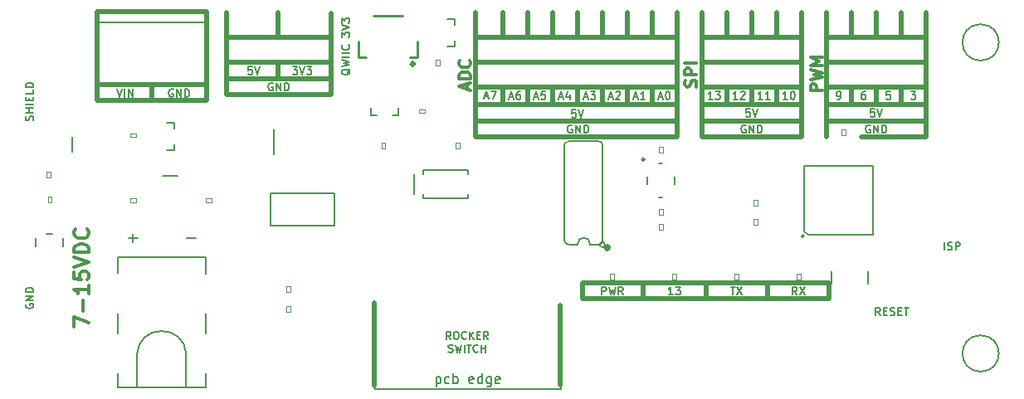
<source format=gto>
G04 #@! TF.FileFunction,Legend,Top*
%FSLAX46Y46*%
G04 Gerber Fmt 4.6, Leading zero omitted, Abs format (unit mm)*
G04 Created by KiCad (PCBNEW 4.0.7) date 11/14/17 13:42:56*
%MOMM*%
%LPD*%
G01*
G04 APERTURE LIST*
%ADD10C,0.100000*%
%ADD11C,0.200000*%
%ADD12C,0.508000*%
%ADD13C,0.190500*%
%ADD14C,0.300000*%
%ADD15C,0.254000*%
%ADD16C,0.398780*%
%ADD17C,0.203200*%
%ADD18C,0.066040*%
%ADD19C,0.150000*%
G04 APERTURE END LIST*
D10*
D11*
X134181905Y-81762476D02*
X134181905Y-81267238D01*
X134486667Y-81533905D01*
X134486667Y-81419619D01*
X134524762Y-81343429D01*
X134562857Y-81305333D01*
X134639048Y-81267238D01*
X134829524Y-81267238D01*
X134905714Y-81305333D01*
X134943810Y-81343429D01*
X134981905Y-81419619D01*
X134981905Y-81648191D01*
X134943810Y-81724381D01*
X134905714Y-81762476D01*
X134181905Y-81038667D02*
X134981905Y-80772000D01*
X134181905Y-80505333D01*
X134181905Y-80314857D02*
X134181905Y-79819619D01*
X134486667Y-80086286D01*
X134486667Y-79972000D01*
X134524762Y-79895810D01*
X134562857Y-79857714D01*
X134639048Y-79819619D01*
X134829524Y-79819619D01*
X134905714Y-79857714D01*
X134943810Y-79895810D01*
X134981905Y-79972000D01*
X134981905Y-80200572D01*
X134943810Y-80276762D01*
X134905714Y-80314857D01*
X153860572Y-87890333D02*
X154241524Y-87890333D01*
X153784381Y-88118905D02*
X154051048Y-87318905D01*
X154317715Y-88118905D01*
X154965334Y-87318905D02*
X154584381Y-87318905D01*
X154546286Y-87699857D01*
X154584381Y-87661762D01*
X154660572Y-87623667D01*
X154851048Y-87623667D01*
X154927238Y-87661762D01*
X154965334Y-87699857D01*
X155003429Y-87776048D01*
X155003429Y-87966524D01*
X154965334Y-88042714D01*
X154927238Y-88080810D01*
X154851048Y-88118905D01*
X154660572Y-88118905D01*
X154584381Y-88080810D01*
X154546286Y-88042714D01*
X151320572Y-87890333D02*
X151701524Y-87890333D01*
X151244381Y-88118905D02*
X151511048Y-87318905D01*
X151777715Y-88118905D01*
X152387238Y-87318905D02*
X152234857Y-87318905D01*
X152158667Y-87357000D01*
X152120572Y-87395095D01*
X152044381Y-87509381D01*
X152006286Y-87661762D01*
X152006286Y-87966524D01*
X152044381Y-88042714D01*
X152082476Y-88080810D01*
X152158667Y-88118905D01*
X152311048Y-88118905D01*
X152387238Y-88080810D01*
X152425334Y-88042714D01*
X152463429Y-87966524D01*
X152463429Y-87776048D01*
X152425334Y-87699857D01*
X152387238Y-87661762D01*
X152311048Y-87623667D01*
X152158667Y-87623667D01*
X152082476Y-87661762D01*
X152044381Y-87699857D01*
X152006286Y-87776048D01*
D12*
X150622000Y-79248000D02*
X150622000Y-81635600D01*
X153162000Y-79248000D02*
X153162000Y-81635600D01*
X150622000Y-86969600D02*
X150622000Y-88493600D01*
X153162000Y-86969600D02*
X153162000Y-88493600D01*
X147828000Y-79248000D02*
X147828000Y-91948000D01*
X156527500Y-117221000D02*
X156527500Y-109093000D01*
X137541000Y-117348000D02*
X137541000Y-108902500D01*
D13*
X145351500Y-112580964D02*
X145097500Y-112218107D01*
X144916072Y-112580964D02*
X144916072Y-111818964D01*
X145206357Y-111818964D01*
X145278929Y-111855250D01*
X145315214Y-111891536D01*
X145351500Y-111964107D01*
X145351500Y-112072964D01*
X145315214Y-112145536D01*
X145278929Y-112181821D01*
X145206357Y-112218107D01*
X144916072Y-112218107D01*
X145823214Y-111818964D02*
X145968357Y-111818964D01*
X146040929Y-111855250D01*
X146113500Y-111927821D01*
X146149786Y-112072964D01*
X146149786Y-112326964D01*
X146113500Y-112472107D01*
X146040929Y-112544679D01*
X145968357Y-112580964D01*
X145823214Y-112580964D01*
X145750643Y-112544679D01*
X145678072Y-112472107D01*
X145641786Y-112326964D01*
X145641786Y-112072964D01*
X145678072Y-111927821D01*
X145750643Y-111855250D01*
X145823214Y-111818964D01*
X146911786Y-112508393D02*
X146875500Y-112544679D01*
X146766643Y-112580964D01*
X146694072Y-112580964D01*
X146585215Y-112544679D01*
X146512643Y-112472107D01*
X146476358Y-112399536D01*
X146440072Y-112254393D01*
X146440072Y-112145536D01*
X146476358Y-112000393D01*
X146512643Y-111927821D01*
X146585215Y-111855250D01*
X146694072Y-111818964D01*
X146766643Y-111818964D01*
X146875500Y-111855250D01*
X146911786Y-111891536D01*
X147238358Y-112580964D02*
X147238358Y-111818964D01*
X147673786Y-112580964D02*
X147347215Y-112145536D01*
X147673786Y-111818964D02*
X147238358Y-112254393D01*
X148000358Y-112181821D02*
X148254358Y-112181821D01*
X148363215Y-112580964D02*
X148000358Y-112580964D01*
X148000358Y-111818964D01*
X148363215Y-111818964D01*
X149125215Y-112580964D02*
X148871215Y-112218107D01*
X148689787Y-112580964D02*
X148689787Y-111818964D01*
X148980072Y-111818964D01*
X149052644Y-111855250D01*
X149088929Y-111891536D01*
X149125215Y-111964107D01*
X149125215Y-112072964D01*
X149088929Y-112145536D01*
X149052644Y-112181821D01*
X148980072Y-112218107D01*
X148689787Y-112218107D01*
X145097501Y-113878179D02*
X145206358Y-113914464D01*
X145387787Y-113914464D01*
X145460358Y-113878179D01*
X145496644Y-113841893D01*
X145532929Y-113769321D01*
X145532929Y-113696750D01*
X145496644Y-113624179D01*
X145460358Y-113587893D01*
X145387787Y-113551607D01*
X145242644Y-113515321D01*
X145170072Y-113479036D01*
X145133787Y-113442750D01*
X145097501Y-113370179D01*
X145097501Y-113297607D01*
X145133787Y-113225036D01*
X145170072Y-113188750D01*
X145242644Y-113152464D01*
X145424072Y-113152464D01*
X145532929Y-113188750D01*
X145786929Y-113152464D02*
X145968358Y-113914464D01*
X146113501Y-113370179D01*
X146258643Y-113914464D01*
X146440072Y-113152464D01*
X146730358Y-113914464D02*
X146730358Y-113152464D01*
X146984357Y-113152464D02*
X147419786Y-113152464D01*
X147202072Y-113914464D02*
X147202072Y-113152464D01*
X148109214Y-113841893D02*
X148072928Y-113878179D01*
X147964071Y-113914464D01*
X147891500Y-113914464D01*
X147782643Y-113878179D01*
X147710071Y-113805607D01*
X147673786Y-113733036D01*
X147637500Y-113587893D01*
X147637500Y-113479036D01*
X147673786Y-113333893D01*
X147710071Y-113261321D01*
X147782643Y-113188750D01*
X147891500Y-113152464D01*
X147964071Y-113152464D01*
X148072928Y-113188750D01*
X148109214Y-113225036D01*
X148435786Y-113914464D02*
X148435786Y-113152464D01*
X148435786Y-113515321D02*
X148871214Y-113515321D01*
X148871214Y-113914464D02*
X148871214Y-113152464D01*
D14*
X106899971Y-111298999D02*
X106899971Y-110298999D01*
X108399971Y-110941856D01*
X107828543Y-109727571D02*
X107828543Y-108584714D01*
X108399971Y-107084714D02*
X108399971Y-107941857D01*
X108399971Y-107513285D02*
X106899971Y-107513285D01*
X107114257Y-107656142D01*
X107257114Y-107799000D01*
X107328543Y-107941857D01*
X106899971Y-105727571D02*
X106899971Y-106441857D01*
X107614257Y-106513286D01*
X107542829Y-106441857D01*
X107471400Y-106299000D01*
X107471400Y-105941857D01*
X107542829Y-105799000D01*
X107614257Y-105727571D01*
X107757114Y-105656143D01*
X108114257Y-105656143D01*
X108257114Y-105727571D01*
X108328543Y-105799000D01*
X108399971Y-105941857D01*
X108399971Y-106299000D01*
X108328543Y-106441857D01*
X108257114Y-106513286D01*
X106899971Y-105227572D02*
X108399971Y-104727572D01*
X106899971Y-104227572D01*
X108399971Y-103727572D02*
X106899971Y-103727572D01*
X106899971Y-103370429D01*
X106971400Y-103156144D01*
X107114257Y-103013286D01*
X107257114Y-102941858D01*
X107542829Y-102870429D01*
X107757114Y-102870429D01*
X108042829Y-102941858D01*
X108185686Y-103013286D01*
X108328543Y-103156144D01*
X108399971Y-103370429D01*
X108399971Y-103727572D01*
X108257114Y-101370429D02*
X108328543Y-101441858D01*
X108399971Y-101656144D01*
X108399971Y-101799001D01*
X108328543Y-102013286D01*
X108185686Y-102156144D01*
X108042829Y-102227572D01*
X107757114Y-102299001D01*
X107542829Y-102299001D01*
X107257114Y-102227572D01*
X107114257Y-102156144D01*
X106971400Y-102013286D01*
X106899971Y-101799001D01*
X106899971Y-101656144D01*
X106971400Y-101441858D01*
X107042829Y-101370429D01*
D11*
X118414857Y-102244514D02*
X119329143Y-102244514D01*
X112445857Y-102269914D02*
X113360143Y-102269914D01*
X112903000Y-102727057D02*
X112903000Y-101812771D01*
D12*
X177647600Y-106984800D02*
X177647600Y-108356400D01*
X171348400Y-106984800D02*
X171348400Y-108305600D01*
X164947600Y-106934000D02*
X164947600Y-108305600D01*
X158750000Y-108458000D02*
X158750000Y-106883200D01*
X183896000Y-108458000D02*
X158750000Y-108458000D01*
X183896000Y-106883200D02*
X183896000Y-108458000D01*
X158750000Y-106883200D02*
X183896000Y-106883200D01*
X186182000Y-86969600D02*
X186182000Y-88493600D01*
X191262000Y-86868000D02*
X191262000Y-88595200D01*
X188722000Y-86918800D02*
X188722000Y-88544400D01*
X191262000Y-79248000D02*
X191262000Y-81635600D01*
X188722000Y-79248000D02*
X188722000Y-81686400D01*
X186182000Y-79248000D02*
X186182000Y-81686400D01*
X183743600Y-90322400D02*
X193700400Y-90322400D01*
X193700400Y-88646000D02*
X183743600Y-88646000D01*
X183743600Y-86868000D02*
X193700400Y-86868000D01*
X193700400Y-84328000D02*
X183743600Y-84328000D01*
X183692800Y-81788000D02*
X193700400Y-81788000D01*
X193802000Y-91948000D02*
X193802000Y-79248000D01*
X187198000Y-91948000D02*
X193802000Y-91948000D01*
X183642000Y-79248000D02*
X183642000Y-91948000D01*
X173482000Y-86868000D02*
X173482000Y-88595200D01*
X178562000Y-86969600D02*
X178562000Y-88544400D01*
X176022000Y-86918800D02*
X176022000Y-88493600D01*
X173482000Y-79248000D02*
X173482000Y-81635600D01*
X178562000Y-79248000D02*
X178562000Y-81635600D01*
X176022000Y-79248000D02*
X176022000Y-81737200D01*
X181000400Y-90322400D02*
X171043600Y-90322400D01*
X170992800Y-88646000D02*
X181000400Y-88646000D01*
X170992800Y-86868000D02*
X180949600Y-86868000D01*
X181051200Y-84328000D02*
X171094400Y-84328000D01*
X170942000Y-81788000D02*
X181000400Y-81788000D01*
X170942000Y-91948000D02*
X170942000Y-79248000D01*
X181102000Y-91948000D02*
X170942000Y-91948000D01*
X181102000Y-79248000D02*
X181102000Y-91948000D01*
X165862000Y-86918800D02*
X165862000Y-88493600D01*
X163322000Y-86969600D02*
X163322000Y-88544400D01*
X160782000Y-86969600D02*
X160782000Y-88544400D01*
X158242000Y-87020400D02*
X158242000Y-88544400D01*
X155702000Y-86969600D02*
X155702000Y-88493600D01*
X165862000Y-79248000D02*
X165862000Y-81788000D01*
X163322000Y-79248000D02*
X163322000Y-81635600D01*
X160782000Y-79248000D02*
X160782000Y-81584800D01*
X158242000Y-79248000D02*
X158242000Y-81534000D01*
X155702000Y-79248000D02*
X155702000Y-81635600D01*
X147828000Y-90322400D02*
X168249600Y-90322400D01*
X168351200Y-88646000D02*
X147828000Y-88646000D01*
X147828000Y-86868000D02*
X168351200Y-86868000D01*
X168351200Y-84328000D02*
X147828000Y-84328000D01*
X147828000Y-81788000D02*
X168402000Y-81788000D01*
X168402000Y-91948000D02*
X168402000Y-79248000D01*
X147828000Y-91948000D02*
X168402000Y-91948000D01*
X127711200Y-81788000D02*
X127711200Y-79248000D01*
X127711200Y-86004400D02*
X127711200Y-84429600D01*
X122529600Y-86055200D02*
X133045200Y-86055200D01*
X122478800Y-84328000D02*
X133096000Y-84328000D01*
X122428000Y-81788000D02*
X133096000Y-81788000D01*
X133096000Y-87630000D02*
X133096000Y-79298800D01*
X122428000Y-87630000D02*
X133096000Y-87630000D01*
X122428000Y-79248000D02*
X122428000Y-87630000D01*
X114858800Y-88239600D02*
X114858800Y-86664800D01*
X120446800Y-86614000D02*
X109270800Y-86614000D01*
X109270800Y-88239600D02*
X109270800Y-79146400D01*
X120446800Y-88239600D02*
X109270800Y-88239600D01*
X120446800Y-79146400D02*
X120446800Y-88239600D01*
X109270800Y-79146400D02*
X120446800Y-79146400D01*
D14*
X183232357Y-87220215D02*
X182032357Y-87220215D01*
X182032357Y-86763072D01*
X182089500Y-86648786D01*
X182146643Y-86591643D01*
X182260929Y-86534500D01*
X182432357Y-86534500D01*
X182546643Y-86591643D01*
X182603786Y-86648786D01*
X182660929Y-86763072D01*
X182660929Y-87220215D01*
X182032357Y-86134500D02*
X183232357Y-85848786D01*
X182375214Y-85620215D01*
X183232357Y-85391643D01*
X182032357Y-85105929D01*
X183232357Y-84648786D02*
X182032357Y-84648786D01*
X182889500Y-84248786D01*
X182032357Y-83848786D01*
X183232357Y-83848786D01*
X170348214Y-86826572D02*
X170405357Y-86655143D01*
X170405357Y-86369429D01*
X170348214Y-86255143D01*
X170291071Y-86198000D01*
X170176786Y-86140857D01*
X170062500Y-86140857D01*
X169948214Y-86198000D01*
X169891071Y-86255143D01*
X169833929Y-86369429D01*
X169776786Y-86598000D01*
X169719643Y-86712286D01*
X169662500Y-86769429D01*
X169548214Y-86826572D01*
X169433929Y-86826572D01*
X169319643Y-86769429D01*
X169262500Y-86712286D01*
X169205357Y-86598000D01*
X169205357Y-86312286D01*
X169262500Y-86140857D01*
X170405357Y-85626572D02*
X169205357Y-85626572D01*
X169205357Y-85169429D01*
X169262500Y-85055143D01*
X169319643Y-84998000D01*
X169433929Y-84940857D01*
X169605357Y-84940857D01*
X169719643Y-84998000D01*
X169776786Y-85055143D01*
X169833929Y-85169429D01*
X169833929Y-85626572D01*
X170405357Y-84426572D02*
X169205357Y-84426572D01*
X147012000Y-87083714D02*
X147012000Y-86512285D01*
X147354857Y-87197999D02*
X146154857Y-86797999D01*
X147354857Y-86397999D01*
X147354857Y-85998000D02*
X146154857Y-85998000D01*
X146154857Y-85712285D01*
X146212000Y-85540857D01*
X146326286Y-85426571D01*
X146440571Y-85369428D01*
X146669143Y-85312285D01*
X146840571Y-85312285D01*
X147069143Y-85369428D01*
X147183429Y-85426571D01*
X147297714Y-85540857D01*
X147354857Y-85712285D01*
X147354857Y-85998000D01*
X147240571Y-84112285D02*
X147297714Y-84169428D01*
X147354857Y-84340857D01*
X147354857Y-84455143D01*
X147297714Y-84626571D01*
X147183429Y-84740857D01*
X147069143Y-84798000D01*
X146840571Y-84855143D01*
X146669143Y-84855143D01*
X146440571Y-84798000D01*
X146326286Y-84740857D01*
X146212000Y-84626571D01*
X146154857Y-84455143D01*
X146154857Y-84340857D01*
X146212000Y-84169428D01*
X146269143Y-84112285D01*
D11*
X161043817Y-102933500D02*
G75*
G03X161043817Y-102933500I-261817J0D01*
G01*
X195688048Y-103485905D02*
X195688048Y-102685905D01*
X196030905Y-103447810D02*
X196145191Y-103485905D01*
X196335667Y-103485905D01*
X196411857Y-103447810D01*
X196449953Y-103409714D01*
X196488048Y-103333524D01*
X196488048Y-103257333D01*
X196449953Y-103181143D01*
X196411857Y-103143048D01*
X196335667Y-103104952D01*
X196183286Y-103066857D01*
X196107095Y-103028762D01*
X196069000Y-102990667D01*
X196030905Y-102914476D01*
X196030905Y-102838286D01*
X196069000Y-102762095D01*
X196107095Y-102724000D01*
X196183286Y-102685905D01*
X196373762Y-102685905D01*
X196488048Y-102724000D01*
X196830905Y-103485905D02*
X196830905Y-102685905D01*
X197135667Y-102685905D01*
X197211858Y-102724000D01*
X197249953Y-102762095D01*
X197288048Y-102838286D01*
X197288048Y-102952571D01*
X197249953Y-103028762D01*
X197211858Y-103066857D01*
X197135667Y-103104952D01*
X196830905Y-103104952D01*
X101962000Y-109004023D02*
X101923905Y-109080214D01*
X101923905Y-109194499D01*
X101962000Y-109308785D01*
X102038190Y-109384976D01*
X102114381Y-109423071D01*
X102266762Y-109461166D01*
X102381048Y-109461166D01*
X102533429Y-109423071D01*
X102609619Y-109384976D01*
X102685810Y-109308785D01*
X102723905Y-109194499D01*
X102723905Y-109118309D01*
X102685810Y-109004023D01*
X102647714Y-108965928D01*
X102381048Y-108965928D01*
X102381048Y-109118309D01*
X102723905Y-108623071D02*
X101923905Y-108623071D01*
X102723905Y-108165928D01*
X101923905Y-108165928D01*
X102723905Y-107784976D02*
X101923905Y-107784976D01*
X101923905Y-107594500D01*
X101962000Y-107480214D01*
X102038190Y-107404023D01*
X102114381Y-107365928D01*
X102266762Y-107327833D01*
X102381048Y-107327833D01*
X102533429Y-107365928D01*
X102609619Y-107404023D01*
X102685810Y-107480214D01*
X102723905Y-107594500D01*
X102723905Y-107784976D01*
X102685810Y-90252309D02*
X102723905Y-90138023D01*
X102723905Y-89947547D01*
X102685810Y-89871357D01*
X102647714Y-89833261D01*
X102571524Y-89795166D01*
X102495333Y-89795166D01*
X102419143Y-89833261D01*
X102381048Y-89871357D01*
X102342952Y-89947547D01*
X102304857Y-90099928D01*
X102266762Y-90176119D01*
X102228667Y-90214214D01*
X102152476Y-90252309D01*
X102076286Y-90252309D01*
X102000095Y-90214214D01*
X101962000Y-90176119D01*
X101923905Y-90099928D01*
X101923905Y-89909452D01*
X101962000Y-89795166D01*
X102723905Y-89452309D02*
X101923905Y-89452309D01*
X102304857Y-89452309D02*
X102304857Y-88995166D01*
X102723905Y-88995166D02*
X101923905Y-88995166D01*
X102723905Y-88614214D02*
X101923905Y-88614214D01*
X102304857Y-88233262D02*
X102304857Y-87966595D01*
X102723905Y-87852309D02*
X102723905Y-88233262D01*
X101923905Y-88233262D01*
X101923905Y-87852309D01*
X102723905Y-87128499D02*
X102723905Y-87509452D01*
X101923905Y-87509452D01*
X102723905Y-86861833D02*
X101923905Y-86861833D01*
X101923905Y-86671357D01*
X101962000Y-86557071D01*
X102038190Y-86480880D01*
X102114381Y-86442785D01*
X102266762Y-86404690D01*
X102381048Y-86404690D01*
X102533429Y-86442785D01*
X102609619Y-86480880D01*
X102685810Y-86557071D01*
X102723905Y-86671357D01*
X102723905Y-86861833D01*
X135058095Y-85007332D02*
X135020000Y-85083523D01*
X134943810Y-85159713D01*
X134829524Y-85273999D01*
X134791429Y-85350190D01*
X134791429Y-85426380D01*
X134981905Y-85388285D02*
X134943810Y-85464475D01*
X134867619Y-85540666D01*
X134715238Y-85578761D01*
X134448571Y-85578761D01*
X134296190Y-85540666D01*
X134220000Y-85464475D01*
X134181905Y-85388285D01*
X134181905Y-85235904D01*
X134220000Y-85159713D01*
X134296190Y-85083523D01*
X134448571Y-85045428D01*
X134715238Y-85045428D01*
X134867619Y-85083523D01*
X134943810Y-85159713D01*
X134981905Y-85235904D01*
X134981905Y-85388285D01*
X134181905Y-84778761D02*
X134981905Y-84588285D01*
X134410476Y-84435904D01*
X134981905Y-84283523D01*
X134181905Y-84093047D01*
X134981905Y-83788285D02*
X134181905Y-83788285D01*
X134981905Y-83407333D02*
X134181905Y-83407333D01*
X134905714Y-82569238D02*
X134943810Y-82607333D01*
X134981905Y-82721619D01*
X134981905Y-82797809D01*
X134943810Y-82912095D01*
X134867619Y-82988286D01*
X134791429Y-83026381D01*
X134639048Y-83064476D01*
X134524762Y-83064476D01*
X134372381Y-83026381D01*
X134296190Y-82988286D01*
X134220000Y-82912095D01*
X134181905Y-82797809D01*
X134181905Y-82721619D01*
X134220000Y-82607333D01*
X134258095Y-82569238D01*
X189147595Y-110153405D02*
X188880928Y-109772452D01*
X188690452Y-110153405D02*
X188690452Y-109353405D01*
X188995214Y-109353405D01*
X189071405Y-109391500D01*
X189109500Y-109429595D01*
X189147595Y-109505786D01*
X189147595Y-109620071D01*
X189109500Y-109696262D01*
X189071405Y-109734357D01*
X188995214Y-109772452D01*
X188690452Y-109772452D01*
X189490452Y-109734357D02*
X189757119Y-109734357D01*
X189871405Y-110153405D02*
X189490452Y-110153405D01*
X189490452Y-109353405D01*
X189871405Y-109353405D01*
X190176167Y-110115310D02*
X190290453Y-110153405D01*
X190480929Y-110153405D01*
X190557119Y-110115310D01*
X190595215Y-110077214D01*
X190633310Y-110001024D01*
X190633310Y-109924833D01*
X190595215Y-109848643D01*
X190557119Y-109810548D01*
X190480929Y-109772452D01*
X190328548Y-109734357D01*
X190252357Y-109696262D01*
X190214262Y-109658167D01*
X190176167Y-109581976D01*
X190176167Y-109505786D01*
X190214262Y-109429595D01*
X190252357Y-109391500D01*
X190328548Y-109353405D01*
X190519024Y-109353405D01*
X190633310Y-109391500D01*
X190976167Y-109734357D02*
X191242834Y-109734357D01*
X191357120Y-110153405D02*
X190976167Y-110153405D01*
X190976167Y-109353405D01*
X191357120Y-109353405D01*
X191585691Y-109353405D02*
X192042834Y-109353405D01*
X191814263Y-110153405D02*
X191814263Y-109353405D01*
X164973000Y-108458000D02*
X164973000Y-106870500D01*
X171323000Y-108458000D02*
X171323000Y-106870500D01*
X177673000Y-108458000D02*
X177673000Y-106870500D01*
X158750000Y-106870500D02*
X158750000Y-108394500D01*
X181229000Y-106870500D02*
X158750000Y-106870500D01*
X183896000Y-106870500D02*
X183896000Y-108458000D01*
X181165500Y-106870500D02*
X183896000Y-106870500D01*
X158750000Y-108458000D02*
X183896000Y-108458000D01*
X180651167Y-108057905D02*
X180384500Y-107676952D01*
X180194024Y-108057905D02*
X180194024Y-107257905D01*
X180498786Y-107257905D01*
X180574977Y-107296000D01*
X180613072Y-107334095D01*
X180651167Y-107410286D01*
X180651167Y-107524571D01*
X180613072Y-107600762D01*
X180574977Y-107638857D01*
X180498786Y-107676952D01*
X180194024Y-107676952D01*
X180917834Y-107257905D02*
X181451167Y-108057905D01*
X181451167Y-107257905D02*
X180917834Y-108057905D01*
X173888476Y-107257905D02*
X174345619Y-107257905D01*
X174117048Y-108057905D02*
X174117048Y-107257905D01*
X174536096Y-107257905D02*
X175069429Y-108057905D01*
X175069429Y-107257905D02*
X174536096Y-108057905D01*
X160731333Y-108057905D02*
X160731333Y-107257905D01*
X161036095Y-107257905D01*
X161112286Y-107296000D01*
X161150381Y-107334095D01*
X161188476Y-107410286D01*
X161188476Y-107524571D01*
X161150381Y-107600762D01*
X161112286Y-107638857D01*
X161036095Y-107676952D01*
X160731333Y-107676952D01*
X161455143Y-107257905D02*
X161645619Y-108057905D01*
X161798000Y-107486476D01*
X161950381Y-108057905D01*
X162140857Y-107257905D01*
X162902762Y-108057905D02*
X162636095Y-107676952D01*
X162445619Y-108057905D02*
X162445619Y-107257905D01*
X162750381Y-107257905D01*
X162826572Y-107296000D01*
X162864667Y-107334095D01*
X162902762Y-107410286D01*
X162902762Y-107524571D01*
X162864667Y-107600762D01*
X162826572Y-107638857D01*
X162750381Y-107676952D01*
X162445619Y-107676952D01*
X167995619Y-108057905D02*
X167538476Y-108057905D01*
X167767047Y-108057905D02*
X167767047Y-107257905D01*
X167690857Y-107372190D01*
X167614666Y-107448381D01*
X167538476Y-107486476D01*
X168262286Y-107257905D02*
X168757524Y-107257905D01*
X168490857Y-107562667D01*
X168605143Y-107562667D01*
X168681333Y-107600762D01*
X168719429Y-107638857D01*
X168757524Y-107715048D01*
X168757524Y-107905524D01*
X168719429Y-107981714D01*
X168681333Y-108019810D01*
X168605143Y-108057905D01*
X168376571Y-108057905D01*
X168300381Y-108019810D01*
X168262286Y-107981714D01*
X114871500Y-86614000D02*
X114871500Y-88265000D01*
X120446800Y-88262460D02*
X120446800Y-86611460D01*
X109283500Y-88265000D02*
X120396000Y-88265000D01*
X109250480Y-86611460D02*
X109250480Y-88262460D01*
X188112477Y-90786000D02*
X188036286Y-90747905D01*
X187922001Y-90747905D01*
X187807715Y-90786000D01*
X187731524Y-90862190D01*
X187693429Y-90938381D01*
X187655334Y-91090762D01*
X187655334Y-91205048D01*
X187693429Y-91357429D01*
X187731524Y-91433619D01*
X187807715Y-91509810D01*
X187922001Y-91547905D01*
X187998191Y-91547905D01*
X188112477Y-91509810D01*
X188150572Y-91471714D01*
X188150572Y-91205048D01*
X187998191Y-91205048D01*
X188493429Y-91547905D02*
X188493429Y-90747905D01*
X188950572Y-91547905D01*
X188950572Y-90747905D01*
X189331524Y-91547905D02*
X189331524Y-90747905D01*
X189522000Y-90747905D01*
X189636286Y-90786000D01*
X189712477Y-90862190D01*
X189750572Y-90938381D01*
X189788667Y-91090762D01*
X189788667Y-91205048D01*
X189750572Y-91357429D01*
X189712477Y-91433619D01*
X189636286Y-91509810D01*
X189522000Y-91547905D01*
X189331524Y-91547905D01*
X188569620Y-89096905D02*
X188188667Y-89096905D01*
X188150572Y-89477857D01*
X188188667Y-89439762D01*
X188264858Y-89401667D01*
X188455334Y-89401667D01*
X188531524Y-89439762D01*
X188569620Y-89477857D01*
X188607715Y-89554048D01*
X188607715Y-89744524D01*
X188569620Y-89820714D01*
X188531524Y-89858810D01*
X188455334Y-89896905D01*
X188264858Y-89896905D01*
X188188667Y-89858810D01*
X188150572Y-89820714D01*
X188836286Y-89096905D02*
X189102953Y-89896905D01*
X189369620Y-89096905D01*
X192265334Y-87318905D02*
X192760572Y-87318905D01*
X192493905Y-87623667D01*
X192608191Y-87623667D01*
X192684381Y-87661762D01*
X192722477Y-87699857D01*
X192760572Y-87776048D01*
X192760572Y-87966524D01*
X192722477Y-88042714D01*
X192684381Y-88080810D01*
X192608191Y-88118905D01*
X192379619Y-88118905D01*
X192303429Y-88080810D01*
X192265334Y-88042714D01*
X190182477Y-87318905D02*
X189801524Y-87318905D01*
X189763429Y-87699857D01*
X189801524Y-87661762D01*
X189877715Y-87623667D01*
X190068191Y-87623667D01*
X190144381Y-87661762D01*
X190182477Y-87699857D01*
X190220572Y-87776048D01*
X190220572Y-87966524D01*
X190182477Y-88042714D01*
X190144381Y-88080810D01*
X190068191Y-88118905D01*
X189877715Y-88118905D01*
X189801524Y-88080810D01*
X189763429Y-88042714D01*
X187604381Y-87318905D02*
X187452000Y-87318905D01*
X187375810Y-87357000D01*
X187337715Y-87395095D01*
X187261524Y-87509381D01*
X187223429Y-87661762D01*
X187223429Y-87966524D01*
X187261524Y-88042714D01*
X187299619Y-88080810D01*
X187375810Y-88118905D01*
X187528191Y-88118905D01*
X187604381Y-88080810D01*
X187642477Y-88042714D01*
X187680572Y-87966524D01*
X187680572Y-87776048D01*
X187642477Y-87699857D01*
X187604381Y-87661762D01*
X187528191Y-87623667D01*
X187375810Y-87623667D01*
X187299619Y-87661762D01*
X187261524Y-87699857D01*
X187223429Y-87776048D01*
X184759619Y-88118905D02*
X184912000Y-88118905D01*
X184988191Y-88080810D01*
X185026286Y-88042714D01*
X185102477Y-87928429D01*
X185140572Y-87776048D01*
X185140572Y-87471286D01*
X185102477Y-87395095D01*
X185064381Y-87357000D01*
X184988191Y-87318905D01*
X184835810Y-87318905D01*
X184759619Y-87357000D01*
X184721524Y-87395095D01*
X184683429Y-87471286D01*
X184683429Y-87661762D01*
X184721524Y-87737952D01*
X184759619Y-87776048D01*
X184835810Y-87814143D01*
X184988191Y-87814143D01*
X185064381Y-87776048D01*
X185102477Y-87737952D01*
X185140572Y-87661762D01*
X175412477Y-90786000D02*
X175336286Y-90747905D01*
X175222001Y-90747905D01*
X175107715Y-90786000D01*
X175031524Y-90862190D01*
X174993429Y-90938381D01*
X174955334Y-91090762D01*
X174955334Y-91205048D01*
X174993429Y-91357429D01*
X175031524Y-91433619D01*
X175107715Y-91509810D01*
X175222001Y-91547905D01*
X175298191Y-91547905D01*
X175412477Y-91509810D01*
X175450572Y-91471714D01*
X175450572Y-91205048D01*
X175298191Y-91205048D01*
X175793429Y-91547905D02*
X175793429Y-90747905D01*
X176250572Y-91547905D01*
X176250572Y-90747905D01*
X176631524Y-91547905D02*
X176631524Y-90747905D01*
X176822000Y-90747905D01*
X176936286Y-90786000D01*
X177012477Y-90862190D01*
X177050572Y-90938381D01*
X177088667Y-91090762D01*
X177088667Y-91205048D01*
X177050572Y-91357429D01*
X177012477Y-91433619D01*
X176936286Y-91509810D01*
X176822000Y-91547905D01*
X176631524Y-91547905D01*
X175869620Y-89096905D02*
X175488667Y-89096905D01*
X175450572Y-89477857D01*
X175488667Y-89439762D01*
X175564858Y-89401667D01*
X175755334Y-89401667D01*
X175831524Y-89439762D01*
X175869620Y-89477857D01*
X175907715Y-89554048D01*
X175907715Y-89744524D01*
X175869620Y-89820714D01*
X175831524Y-89858810D01*
X175755334Y-89896905D01*
X175564858Y-89896905D01*
X175488667Y-89858810D01*
X175450572Y-89820714D01*
X176136286Y-89096905D02*
X176402953Y-89896905D01*
X176669620Y-89096905D01*
X179679619Y-88118905D02*
X179222476Y-88118905D01*
X179451047Y-88118905D02*
X179451047Y-87318905D01*
X179374857Y-87433190D01*
X179298666Y-87509381D01*
X179222476Y-87547476D01*
X180174857Y-87318905D02*
X180251048Y-87318905D01*
X180327238Y-87357000D01*
X180365333Y-87395095D01*
X180403429Y-87471286D01*
X180441524Y-87623667D01*
X180441524Y-87814143D01*
X180403429Y-87966524D01*
X180365333Y-88042714D01*
X180327238Y-88080810D01*
X180251048Y-88118905D01*
X180174857Y-88118905D01*
X180098667Y-88080810D01*
X180060571Y-88042714D01*
X180022476Y-87966524D01*
X179984381Y-87814143D01*
X179984381Y-87623667D01*
X180022476Y-87471286D01*
X180060571Y-87395095D01*
X180098667Y-87357000D01*
X180174857Y-87318905D01*
X177139619Y-88118905D02*
X176682476Y-88118905D01*
X176911047Y-88118905D02*
X176911047Y-87318905D01*
X176834857Y-87433190D01*
X176758666Y-87509381D01*
X176682476Y-87547476D01*
X177901524Y-88118905D02*
X177444381Y-88118905D01*
X177672952Y-88118905D02*
X177672952Y-87318905D01*
X177596762Y-87433190D01*
X177520571Y-87509381D01*
X177444381Y-87547476D01*
X174599619Y-88118905D02*
X174142476Y-88118905D01*
X174371047Y-88118905D02*
X174371047Y-87318905D01*
X174294857Y-87433190D01*
X174218666Y-87509381D01*
X174142476Y-87547476D01*
X174904381Y-87395095D02*
X174942476Y-87357000D01*
X175018667Y-87318905D01*
X175209143Y-87318905D01*
X175285333Y-87357000D01*
X175323429Y-87395095D01*
X175361524Y-87471286D01*
X175361524Y-87547476D01*
X175323429Y-87661762D01*
X174866286Y-88118905D01*
X175361524Y-88118905D01*
X172059619Y-88118905D02*
X171602476Y-88118905D01*
X171831047Y-88118905D02*
X171831047Y-87318905D01*
X171754857Y-87433190D01*
X171678666Y-87509381D01*
X171602476Y-87547476D01*
X172326286Y-87318905D02*
X172821524Y-87318905D01*
X172554857Y-87623667D01*
X172669143Y-87623667D01*
X172745333Y-87661762D01*
X172783429Y-87699857D01*
X172821524Y-87776048D01*
X172821524Y-87966524D01*
X172783429Y-88042714D01*
X172745333Y-88080810D01*
X172669143Y-88118905D01*
X172440571Y-88118905D01*
X172364381Y-88080810D01*
X172326286Y-88042714D01*
X191262000Y-86868000D02*
X191262000Y-88646000D01*
X188722000Y-86868000D02*
X188722000Y-88646000D01*
X186182000Y-86868000D02*
X186182000Y-88646000D01*
X193802000Y-91948000D02*
X187071000Y-91948000D01*
X193802000Y-91948000D02*
X193802000Y-90297000D01*
X193802000Y-90297000D02*
X193802000Y-88519000D01*
X183642000Y-90297000D02*
X193802000Y-90297000D01*
X193802000Y-88646000D02*
X193802000Y-86868000D01*
X183642000Y-88646000D02*
X193802000Y-88646000D01*
X183642000Y-86868000D02*
X183642000Y-91948000D01*
X183642000Y-84328000D02*
X193802000Y-84328000D01*
X183642000Y-86868000D02*
X183642000Y-81788000D01*
X183769000Y-86868000D02*
X183642000Y-86868000D01*
X193802000Y-86868000D02*
X183769000Y-86868000D01*
X193802000Y-81788000D02*
X193802000Y-86868000D01*
X193802000Y-81788000D02*
X193802000Y-79248000D01*
X183642000Y-81788000D02*
X193802000Y-81788000D01*
X183642000Y-79248000D02*
X183642000Y-81788000D01*
X191262000Y-79248000D02*
X191262000Y-81788000D01*
X188722000Y-79248000D02*
X188722000Y-81788000D01*
X186182000Y-79248000D02*
X186182000Y-81788000D01*
X170942000Y-90297000D02*
X181102000Y-90297000D01*
X181102000Y-91948000D02*
X181102000Y-88646000D01*
X170942000Y-91948000D02*
X181102000Y-91948000D01*
X170942000Y-88646000D02*
X170942000Y-91948000D01*
X173482000Y-86868000D02*
X173482000Y-88646000D01*
X176022000Y-86868000D02*
X176022000Y-88646000D01*
X178562000Y-86868000D02*
X178562000Y-88646000D01*
X181102000Y-86995000D02*
X181102000Y-86741000D01*
X181102000Y-88646000D02*
X181102000Y-86995000D01*
X170942000Y-88646000D02*
X181102000Y-88646000D01*
X170942000Y-86868000D02*
X170942000Y-88646000D01*
X170942000Y-81788000D02*
X181102000Y-81788000D01*
X170942000Y-84328000D02*
X181102000Y-84328000D01*
X170942000Y-86868000D02*
X170942000Y-79248000D01*
X181102000Y-86868000D02*
X170942000Y-86868000D01*
X181102000Y-79248000D02*
X181102000Y-86868000D01*
X178562000Y-79248000D02*
X178562000Y-81788000D01*
X176022000Y-79248000D02*
X176022000Y-81788000D01*
X173482000Y-79248000D02*
X173482000Y-81788000D01*
X127762000Y-81788000D02*
X127762000Y-79248000D01*
X165862000Y-81788000D02*
X165862000Y-79248000D01*
X163322000Y-81788000D02*
X163322000Y-79248000D01*
X160782000Y-81788000D02*
X160782000Y-79248000D01*
X158242000Y-81788000D02*
X158242000Y-79248000D01*
X155702000Y-81788000D02*
X155702000Y-79248000D01*
X157695977Y-90786000D02*
X157619786Y-90747905D01*
X157505501Y-90747905D01*
X157391215Y-90786000D01*
X157315024Y-90862190D01*
X157276929Y-90938381D01*
X157238834Y-91090762D01*
X157238834Y-91205048D01*
X157276929Y-91357429D01*
X157315024Y-91433619D01*
X157391215Y-91509810D01*
X157505501Y-91547905D01*
X157581691Y-91547905D01*
X157695977Y-91509810D01*
X157734072Y-91471714D01*
X157734072Y-91205048D01*
X157581691Y-91205048D01*
X158076929Y-91547905D02*
X158076929Y-90747905D01*
X158534072Y-91547905D01*
X158534072Y-90747905D01*
X158915024Y-91547905D02*
X158915024Y-90747905D01*
X159105500Y-90747905D01*
X159219786Y-90786000D01*
X159295977Y-90862190D01*
X159334072Y-90938381D01*
X159372167Y-91090762D01*
X159372167Y-91205048D01*
X159334072Y-91357429D01*
X159295977Y-91433619D01*
X159219786Y-91509810D01*
X159105500Y-91547905D01*
X158915024Y-91547905D01*
X158089620Y-89160405D02*
X157708667Y-89160405D01*
X157670572Y-89541357D01*
X157708667Y-89503262D01*
X157784858Y-89465167D01*
X157975334Y-89465167D01*
X158051524Y-89503262D01*
X158089620Y-89541357D01*
X158127715Y-89617548D01*
X158127715Y-89808024D01*
X158089620Y-89884214D01*
X158051524Y-89922310D01*
X157975334Y-89960405D01*
X157784858Y-89960405D01*
X157708667Y-89922310D01*
X157670572Y-89884214D01*
X158356286Y-89160405D02*
X158622953Y-89960405D01*
X158889620Y-89160405D01*
X168402000Y-91948000D02*
X168402000Y-90424000D01*
X153162000Y-91948000D02*
X168402000Y-91948000D01*
X168402000Y-90424000D02*
X168402000Y-88646000D01*
X147828000Y-90297000D02*
X168402000Y-90297000D01*
X166560572Y-87890333D02*
X166941524Y-87890333D01*
X166484381Y-88118905D02*
X166751048Y-87318905D01*
X167017715Y-88118905D01*
X167436762Y-87318905D02*
X167512953Y-87318905D01*
X167589143Y-87357000D01*
X167627238Y-87395095D01*
X167665334Y-87471286D01*
X167703429Y-87623667D01*
X167703429Y-87814143D01*
X167665334Y-87966524D01*
X167627238Y-88042714D01*
X167589143Y-88080810D01*
X167512953Y-88118905D01*
X167436762Y-88118905D01*
X167360572Y-88080810D01*
X167322476Y-88042714D01*
X167284381Y-87966524D01*
X167246286Y-87814143D01*
X167246286Y-87623667D01*
X167284381Y-87471286D01*
X167322476Y-87395095D01*
X167360572Y-87357000D01*
X167436762Y-87318905D01*
X164020572Y-87890333D02*
X164401524Y-87890333D01*
X163944381Y-88118905D02*
X164211048Y-87318905D01*
X164477715Y-88118905D01*
X165163429Y-88118905D02*
X164706286Y-88118905D01*
X164934857Y-88118905D02*
X164934857Y-87318905D01*
X164858667Y-87433190D01*
X164782476Y-87509381D01*
X164706286Y-87547476D01*
X161480572Y-87890333D02*
X161861524Y-87890333D01*
X161404381Y-88118905D02*
X161671048Y-87318905D01*
X161937715Y-88118905D01*
X162166286Y-87395095D02*
X162204381Y-87357000D01*
X162280572Y-87318905D01*
X162471048Y-87318905D01*
X162547238Y-87357000D01*
X162585334Y-87395095D01*
X162623429Y-87471286D01*
X162623429Y-87547476D01*
X162585334Y-87661762D01*
X162128191Y-88118905D01*
X162623429Y-88118905D01*
X158940572Y-87890333D02*
X159321524Y-87890333D01*
X158864381Y-88118905D02*
X159131048Y-87318905D01*
X159397715Y-88118905D01*
X159588191Y-87318905D02*
X160083429Y-87318905D01*
X159816762Y-87623667D01*
X159931048Y-87623667D01*
X160007238Y-87661762D01*
X160045334Y-87699857D01*
X160083429Y-87776048D01*
X160083429Y-87966524D01*
X160045334Y-88042714D01*
X160007238Y-88080810D01*
X159931048Y-88118905D01*
X159702476Y-88118905D01*
X159626286Y-88080810D01*
X159588191Y-88042714D01*
X156400572Y-87890333D02*
X156781524Y-87890333D01*
X156324381Y-88118905D02*
X156591048Y-87318905D01*
X156857715Y-88118905D01*
X157467238Y-87585571D02*
X157467238Y-88118905D01*
X157276762Y-87280810D02*
X157086286Y-87852238D01*
X157581524Y-87852238D01*
X148780572Y-87826833D02*
X149161524Y-87826833D01*
X148704381Y-88055405D02*
X148971048Y-87255405D01*
X149237715Y-88055405D01*
X149428191Y-87255405D02*
X149961524Y-87255405D01*
X149618667Y-88055405D01*
X153162000Y-88646000D02*
X168402000Y-88646000D01*
X153162000Y-86868000D02*
X168402000Y-86868000D01*
X168402000Y-79248000D02*
X168402000Y-88519000D01*
X153162000Y-84328000D02*
X168402000Y-84328000D01*
X153162000Y-81788000D02*
X168402000Y-81788000D01*
X165862000Y-86868000D02*
X165862000Y-88646000D01*
X163322000Y-86868000D02*
X163322000Y-88646000D01*
X160782000Y-86868000D02*
X160782000Y-88646000D01*
X158242000Y-86868000D02*
X158242000Y-88646000D01*
X155702000Y-86868000D02*
X155702000Y-88646000D01*
X133096000Y-87630000D02*
X133096000Y-86233000D01*
X122428000Y-87630000D02*
X133096000Y-87630000D01*
X122428000Y-86233000D02*
X122428000Y-87630000D01*
X133096000Y-86233000D02*
X133096000Y-79248000D01*
X122428000Y-86233000D02*
X122428000Y-79248000D01*
X122428000Y-85979000D02*
X133096000Y-85979000D01*
X122428000Y-84328000D02*
X133096000Y-84328000D01*
X122428000Y-81788000D02*
X133096000Y-81788000D01*
X127762000Y-84328000D02*
X127762000Y-85979000D01*
X127152477Y-86468000D02*
X127076286Y-86429905D01*
X126962001Y-86429905D01*
X126847715Y-86468000D01*
X126771524Y-86544190D01*
X126733429Y-86620381D01*
X126695334Y-86772762D01*
X126695334Y-86887048D01*
X126733429Y-87039429D01*
X126771524Y-87115619D01*
X126847715Y-87191810D01*
X126962001Y-87229905D01*
X127038191Y-87229905D01*
X127152477Y-87191810D01*
X127190572Y-87153714D01*
X127190572Y-86887048D01*
X127038191Y-86887048D01*
X127533429Y-87229905D02*
X127533429Y-86429905D01*
X127990572Y-87229905D01*
X127990572Y-86429905D01*
X128371524Y-87229905D02*
X128371524Y-86429905D01*
X128562000Y-86429905D01*
X128676286Y-86468000D01*
X128752477Y-86544190D01*
X128790572Y-86620381D01*
X128828667Y-86772762D01*
X128828667Y-86887048D01*
X128790572Y-87039429D01*
X128752477Y-87115619D01*
X128676286Y-87191810D01*
X128562000Y-87229905D01*
X128371524Y-87229905D01*
X129184524Y-84778905D02*
X129679762Y-84778905D01*
X129413095Y-85083667D01*
X129527381Y-85083667D01*
X129603571Y-85121762D01*
X129641667Y-85159857D01*
X129679762Y-85236048D01*
X129679762Y-85426524D01*
X129641667Y-85502714D01*
X129603571Y-85540810D01*
X129527381Y-85578905D01*
X129298809Y-85578905D01*
X129222619Y-85540810D01*
X129184524Y-85502714D01*
X129908333Y-84778905D02*
X130175000Y-85578905D01*
X130441667Y-84778905D01*
X130632143Y-84778905D02*
X131127381Y-84778905D01*
X130860714Y-85083667D01*
X130975000Y-85083667D01*
X131051190Y-85121762D01*
X131089286Y-85159857D01*
X131127381Y-85236048D01*
X131127381Y-85426524D01*
X131089286Y-85502714D01*
X131051190Y-85540810D01*
X130975000Y-85578905D01*
X130746428Y-85578905D01*
X130670238Y-85540810D01*
X130632143Y-85502714D01*
X125069620Y-84778905D02*
X124688667Y-84778905D01*
X124650572Y-85159857D01*
X124688667Y-85121762D01*
X124764858Y-85083667D01*
X124955334Y-85083667D01*
X125031524Y-85121762D01*
X125069620Y-85159857D01*
X125107715Y-85236048D01*
X125107715Y-85426524D01*
X125069620Y-85502714D01*
X125031524Y-85540810D01*
X124955334Y-85578905D01*
X124764858Y-85578905D01*
X124688667Y-85540810D01*
X124650572Y-85502714D01*
X125336286Y-84778905D02*
X125602953Y-85578905D01*
X125869620Y-84778905D01*
X116992477Y-87103000D02*
X116916286Y-87064905D01*
X116802001Y-87064905D01*
X116687715Y-87103000D01*
X116611524Y-87179190D01*
X116573429Y-87255381D01*
X116535334Y-87407762D01*
X116535334Y-87522048D01*
X116573429Y-87674429D01*
X116611524Y-87750619D01*
X116687715Y-87826810D01*
X116802001Y-87864905D01*
X116878191Y-87864905D01*
X116992477Y-87826810D01*
X117030572Y-87788714D01*
X117030572Y-87522048D01*
X116878191Y-87522048D01*
X117373429Y-87864905D02*
X117373429Y-87064905D01*
X117830572Y-87864905D01*
X117830572Y-87064905D01*
X118211524Y-87864905D02*
X118211524Y-87064905D01*
X118402000Y-87064905D01*
X118516286Y-87103000D01*
X118592477Y-87179190D01*
X118630572Y-87255381D01*
X118668667Y-87407762D01*
X118668667Y-87522048D01*
X118630572Y-87674429D01*
X118592477Y-87750619D01*
X118516286Y-87826810D01*
X118402000Y-87864905D01*
X118211524Y-87864905D01*
X111264810Y-87064905D02*
X111531477Y-87864905D01*
X111798144Y-87064905D01*
X112064810Y-87864905D02*
X112064810Y-87064905D01*
X112445762Y-87864905D02*
X112445762Y-87064905D01*
X112902905Y-87864905D01*
X112902905Y-87064905D01*
D15*
X140436600Y-79601060D02*
X137439400Y-79601060D01*
X141937740Y-82202020D02*
X141937740Y-83853020D01*
X136690100Y-83853020D02*
X135938260Y-83853020D01*
X135938260Y-83853020D02*
X135938260Y-82202020D01*
X141937740Y-83853020D02*
X141185900Y-83853020D01*
D16*
X141577060Y-84500720D02*
G75*
G03X141577060Y-84500720I-139700J0D01*
G01*
D17*
X120446800Y-86774020D02*
X109250480Y-86774020D01*
X109250480Y-86774020D02*
X109250480Y-80276700D01*
X109250480Y-80276700D02*
X109250480Y-79275940D01*
X109250480Y-79275940D02*
X120446800Y-79275940D01*
X120446800Y-79275940D02*
X120446800Y-80276700D01*
X120446800Y-80276700D02*
X120446800Y-86774020D01*
X109250480Y-80276700D02*
X120446800Y-80276700D01*
X199390000Y-115900200D02*
G75*
G03X199390000Y-112191800I0J1854200D01*
G01*
X199390000Y-112191800D02*
G75*
G03X199390000Y-115900200I0J-1854200D01*
G01*
X199390000Y-115900200D02*
G75*
G03X199390000Y-112191800I0J1854200D01*
G01*
X199390000Y-112191800D02*
G75*
G03X199390000Y-115900200I0J-1854200D01*
G01*
X199390000Y-84150200D02*
G75*
G03X199390000Y-80441800I0J1854200D01*
G01*
X199390000Y-80441800D02*
G75*
G03X199390000Y-84150200I0J-1854200D01*
G01*
X199390000Y-84150200D02*
G75*
G03X199390000Y-80441800I0J1854200D01*
G01*
X199390000Y-80441800D02*
G75*
G03X199390000Y-84150200I0J-1854200D01*
G01*
D18*
X185618120Y-91140280D02*
X185221880Y-91140280D01*
X185221880Y-91140280D02*
X185221880Y-91739720D01*
X185618120Y-91739720D02*
X185221880Y-91739720D01*
X185618120Y-91140280D02*
X185618120Y-91739720D01*
X120949720Y-98623120D02*
X120949720Y-98226880D01*
X120949720Y-98226880D02*
X120350280Y-98226880D01*
X120350280Y-98623120D02*
X120350280Y-98226880D01*
X120949720Y-98623120D02*
X120350280Y-98623120D01*
D17*
X115951000Y-95882460D02*
X117475000Y-95882460D01*
D18*
X112603280Y-98226880D02*
X112603280Y-98623120D01*
X112603280Y-98623120D02*
X113202720Y-98623120D01*
X113202720Y-98226880D02*
X113202720Y-98623120D01*
X112603280Y-98226880D02*
X113202720Y-98226880D01*
D17*
X127241300Y-91145360D02*
X127241300Y-93741240D01*
X106677460Y-91948000D02*
X106677460Y-93472000D01*
D18*
X104505760Y-95458280D02*
X104109520Y-95458280D01*
X104109520Y-95458280D02*
X104109520Y-96057720D01*
X104505760Y-96057720D02*
X104109520Y-96057720D01*
X104505760Y-95458280D02*
X104505760Y-96057720D01*
X176245520Y-98978720D02*
X176641760Y-98978720D01*
X176641760Y-98978720D02*
X176641760Y-98379280D01*
X176245520Y-98379280D02*
X176641760Y-98379280D01*
X176245520Y-98978720D02*
X176245520Y-98379280D01*
X166949120Y-99268280D02*
X166552880Y-99268280D01*
X166552880Y-99268280D02*
X166552880Y-99867720D01*
X166949120Y-99867720D02*
X166552880Y-99867720D01*
X166949120Y-99268280D02*
X166949120Y-99867720D01*
X166552880Y-93517720D02*
X166949120Y-93517720D01*
X166949120Y-93517720D02*
X166949120Y-92918280D01*
X166552880Y-92918280D02*
X166949120Y-92918280D01*
X166552880Y-93517720D02*
X166552880Y-92918280D01*
X166552880Y-101391720D02*
X166949120Y-101391720D01*
X166949120Y-101391720D02*
X166949120Y-100792280D01*
X166552880Y-100792280D02*
X166949120Y-100792280D01*
X166552880Y-101391720D02*
X166552880Y-100792280D01*
X104604120Y-97998280D02*
X104207880Y-97998280D01*
X104207880Y-97998280D02*
X104207880Y-98597720D01*
X104604120Y-98597720D02*
X104207880Y-98597720D01*
X104604120Y-97998280D02*
X104604120Y-98597720D01*
D17*
X147078700Y-97772220D02*
X147078700Y-98221800D01*
X147078700Y-98221800D02*
X142481300Y-98221800D01*
X142481300Y-98221800D02*
X142481300Y-97772220D01*
X142481300Y-95775780D02*
X142481300Y-95326200D01*
X142481300Y-95326200D02*
X147078700Y-95326200D01*
X147078700Y-95326200D02*
X147078700Y-95775780D01*
X141605000Y-97772220D02*
X141605000Y-95775780D01*
X117139720Y-91084400D02*
X117139720Y-90482420D01*
X117139720Y-90482420D02*
X116342160Y-90482420D01*
X117139720Y-92679520D02*
X117139720Y-93281500D01*
X117139720Y-93281500D02*
X116342160Y-93281500D01*
X139354560Y-89771220D02*
X139956540Y-89771220D01*
X139956540Y-89771220D02*
X139956540Y-88973660D01*
X137759440Y-89771220D02*
X137157460Y-89771220D01*
X137157460Y-89771220D02*
X137157460Y-88973660D01*
D18*
X168346120Y-105872280D02*
X167949880Y-105872280D01*
X167949880Y-105872280D02*
X167949880Y-106471720D01*
X168346120Y-106471720D02*
X167949880Y-106471720D01*
X168346120Y-105872280D02*
X168346120Y-106471720D01*
X161599880Y-106471720D02*
X161996120Y-106471720D01*
X161996120Y-106471720D02*
X161996120Y-105872280D01*
X161599880Y-105872280D02*
X161996120Y-105872280D01*
X161599880Y-106471720D02*
X161599880Y-105872280D01*
X176641760Y-100284280D02*
X176245520Y-100284280D01*
X176245520Y-100284280D02*
X176245520Y-100883720D01*
X176641760Y-100883720D02*
X176245520Y-100883720D01*
X176641760Y-100284280D02*
X176641760Y-100883720D01*
X112603280Y-91582240D02*
X112603280Y-91978480D01*
X112603280Y-91978480D02*
X113202720Y-91978480D01*
X113202720Y-91582240D02*
X113202720Y-91978480D01*
X112603280Y-91582240D02*
X113202720Y-91582240D01*
X180649880Y-106471720D02*
X181046120Y-106471720D01*
X181046120Y-106471720D02*
X181046120Y-105872280D01*
X180649880Y-105872280D02*
X181046120Y-105872280D01*
X180649880Y-106471720D02*
X180649880Y-105872280D01*
X174696120Y-105872280D02*
X174299880Y-105872280D01*
X174299880Y-105872280D02*
X174299880Y-106471720D01*
X174696120Y-106471720D02*
X174299880Y-106471720D01*
X174696120Y-105872280D02*
X174696120Y-106471720D01*
X138257280Y-93136720D02*
X138653520Y-93136720D01*
X138653520Y-93136720D02*
X138653520Y-92537280D01*
X138257280Y-92537280D02*
X138653520Y-92537280D01*
X138257280Y-93136720D02*
X138257280Y-92537280D01*
X142692120Y-89519760D02*
X142692120Y-89123520D01*
X142692120Y-89123520D02*
X142092680Y-89123520D01*
X142092680Y-89519760D02*
X142092680Y-89123520D01*
X142692120Y-89519760D02*
X142092680Y-89519760D01*
X128976120Y-107142280D02*
X128579880Y-107142280D01*
X128579880Y-107142280D02*
X128579880Y-107741720D01*
X128976120Y-107741720D02*
X128579880Y-107741720D01*
X128976120Y-107142280D02*
X128976120Y-107741720D01*
X128579880Y-109824520D02*
X128976120Y-109824520D01*
X128976120Y-109824520D02*
X128976120Y-109225080D01*
X128579880Y-109225080D02*
X128976120Y-109225080D01*
X128579880Y-109824520D02*
X128579880Y-109225080D01*
D19*
X137566000Y-117648000D02*
X137566000Y-115648000D01*
X156566000Y-117648000D02*
X156566000Y-115648000D01*
X137566000Y-117648000D02*
X156566000Y-117648000D01*
D15*
X161544000Y-103251000D02*
G75*
G03X161544000Y-103251000I-254000J0D01*
G01*
X161417000Y-103251000D02*
G75*
G03X161417000Y-103251000I-127000J0D01*
G01*
D17*
X156931360Y-92786200D02*
X156931360Y-102539800D01*
X160822640Y-102539800D02*
X160822640Y-92687140D01*
X160441640Y-92405200D02*
X157312360Y-92405200D01*
X157426660Y-102920800D02*
X158267400Y-102920800D01*
X160540700Y-102920800D02*
X159537400Y-102920800D01*
X160822640Y-92689680D02*
G75*
G03X160441640Y-92405200I-332740J-48260D01*
G01*
X156931360Y-102539800D02*
G75*
G03X157413960Y-102920800I431800J50800D01*
G01*
X157312360Y-92405200D02*
G75*
G03X156931360Y-92786200I0J-381000D01*
G01*
X160540700Y-102918260D02*
G75*
G03X160822640Y-102539800I-48260J330200D01*
G01*
X159537400Y-102870000D02*
G75*
G03X158267400Y-102870000I-635000J0D01*
G01*
X105791000Y-102237540D02*
X105791000Y-103096060D01*
X102946200Y-103096060D02*
X102946200Y-102237540D01*
X104101900Y-101856540D02*
X104635300Y-101856540D01*
X181409340Y-94922340D02*
X188414660Y-94922340D01*
X188414660Y-94922340D02*
X188414660Y-101927660D01*
X188414660Y-101927660D02*
X181762400Y-101927660D01*
X181409340Y-101574600D02*
X181409340Y-94922340D01*
X181409340Y-101574600D02*
X181762400Y-101927660D01*
X181381400Y-102082600D02*
G75*
G03X181381400Y-102082600I-152400J0D01*
G01*
X187924440Y-105641140D02*
X187924440Y-106936540D01*
X184177940Y-106936540D02*
X184177940Y-105641140D01*
X133451600Y-97664000D02*
X133451600Y-100966000D01*
X133451600Y-100966000D02*
X126898400Y-100966000D01*
X126898400Y-100966000D02*
X126898400Y-97664000D01*
X126898400Y-97664000D02*
X133451600Y-97664000D01*
D15*
X165100000Y-94234000D02*
G75*
G03X165100000Y-94234000I-127000J0D01*
G01*
D17*
X168127680Y-95994220D02*
X168127680Y-96791780D01*
X166601140Y-94668340D02*
X166900860Y-94668340D01*
X166900860Y-98117660D02*
X166601140Y-98117660D01*
X165374320Y-96791780D02*
X165374320Y-95994220D01*
X145732500Y-80482440D02*
X145732500Y-79880460D01*
X145732500Y-79880460D02*
X144934940Y-79880460D01*
X145732500Y-82077560D02*
X145732500Y-82679540D01*
X145732500Y-82679540D02*
X144934940Y-82679540D01*
D18*
X145851880Y-93136720D02*
X146248120Y-93136720D01*
X146248120Y-93136720D02*
X146248120Y-92537280D01*
X145851880Y-92537280D02*
X146248120Y-92537280D01*
X145851880Y-93136720D02*
X145851880Y-92537280D01*
X143819880Y-84627720D02*
X144216120Y-84627720D01*
X144216120Y-84627720D02*
X144216120Y-84028280D01*
X143819880Y-84028280D02*
X144216120Y-84028280D01*
X143819880Y-84627720D02*
X143819880Y-84028280D01*
D17*
X111325660Y-104246680D02*
X120322340Y-104246680D01*
X111325660Y-117543580D02*
X113324640Y-117543580D01*
X113324640Y-117543580D02*
X118323360Y-117543580D01*
X118323360Y-117543580D02*
X120322340Y-117543580D01*
X113324640Y-117543580D02*
X113324640Y-114046000D01*
X118323360Y-114046000D02*
X118323360Y-117543580D01*
X111325660Y-117543580D02*
X111325660Y-116044980D01*
X111325660Y-112047020D02*
X111325660Y-109946440D01*
X111325660Y-105846880D02*
X111325660Y-104246680D01*
X120322340Y-104246680D02*
X120322340Y-105948480D01*
X120322340Y-109946440D02*
X120322340Y-112047020D01*
X120322340Y-116044980D02*
X120322340Y-117543580D01*
X115824000Y-111760000D02*
G75*
G03X113324640Y-114046000I-106680J-2392680D01*
G01*
X118323360Y-114046000D02*
G75*
G03X115824000Y-111760000I-2392680J-106680D01*
G01*
D19*
X143827904Y-116433714D02*
X143827904Y-117433714D01*
X143827904Y-116481333D02*
X143923142Y-116433714D01*
X144113619Y-116433714D01*
X144208857Y-116481333D01*
X144256476Y-116528952D01*
X144304095Y-116624190D01*
X144304095Y-116909905D01*
X144256476Y-117005143D01*
X144208857Y-117052762D01*
X144113619Y-117100381D01*
X143923142Y-117100381D01*
X143827904Y-117052762D01*
X145161238Y-117052762D02*
X145066000Y-117100381D01*
X144875523Y-117100381D01*
X144780285Y-117052762D01*
X144732666Y-117005143D01*
X144685047Y-116909905D01*
X144685047Y-116624190D01*
X144732666Y-116528952D01*
X144780285Y-116481333D01*
X144875523Y-116433714D01*
X145066000Y-116433714D01*
X145161238Y-116481333D01*
X145589809Y-117100381D02*
X145589809Y-116100381D01*
X145589809Y-116481333D02*
X145685047Y-116433714D01*
X145875524Y-116433714D01*
X145970762Y-116481333D01*
X146018381Y-116528952D01*
X146066000Y-116624190D01*
X146066000Y-116909905D01*
X146018381Y-117005143D01*
X145970762Y-117052762D01*
X145875524Y-117100381D01*
X145685047Y-117100381D01*
X145589809Y-117052762D01*
X147637429Y-117052762D02*
X147542191Y-117100381D01*
X147351714Y-117100381D01*
X147256476Y-117052762D01*
X147208857Y-116957524D01*
X147208857Y-116576571D01*
X147256476Y-116481333D01*
X147351714Y-116433714D01*
X147542191Y-116433714D01*
X147637429Y-116481333D01*
X147685048Y-116576571D01*
X147685048Y-116671810D01*
X147208857Y-116767048D01*
X148542191Y-117100381D02*
X148542191Y-116100381D01*
X148542191Y-117052762D02*
X148446953Y-117100381D01*
X148256476Y-117100381D01*
X148161238Y-117052762D01*
X148113619Y-117005143D01*
X148066000Y-116909905D01*
X148066000Y-116624190D01*
X148113619Y-116528952D01*
X148161238Y-116481333D01*
X148256476Y-116433714D01*
X148446953Y-116433714D01*
X148542191Y-116481333D01*
X149446953Y-116433714D02*
X149446953Y-117243238D01*
X149399334Y-117338476D01*
X149351715Y-117386095D01*
X149256476Y-117433714D01*
X149113619Y-117433714D01*
X149018381Y-117386095D01*
X149446953Y-117052762D02*
X149351715Y-117100381D01*
X149161238Y-117100381D01*
X149066000Y-117052762D01*
X149018381Y-117005143D01*
X148970762Y-116909905D01*
X148970762Y-116624190D01*
X149018381Y-116528952D01*
X149066000Y-116481333D01*
X149161238Y-116433714D01*
X149351715Y-116433714D01*
X149446953Y-116481333D01*
X150304096Y-117052762D02*
X150208858Y-117100381D01*
X150018381Y-117100381D01*
X149923143Y-117052762D01*
X149875524Y-116957524D01*
X149875524Y-116576571D01*
X149923143Y-116481333D01*
X150018381Y-116433714D01*
X150208858Y-116433714D01*
X150304096Y-116481333D01*
X150351715Y-116576571D01*
X150351715Y-116671810D01*
X149875524Y-116767048D01*
M02*

</source>
